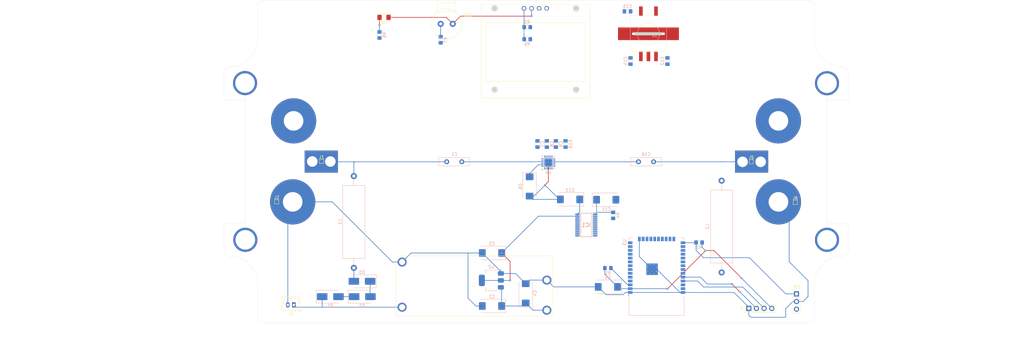
<source format=kicad_pcb>
(kicad_pcb (version 20240108) (generator "pcbnew") (generator_version "8.0")
  (layers (0 "F.Cu" signal) (31 "B.Cu" signal) (34 "B.Paste" user) (35 "F.Paste" user) (36 "B.SilkS" user "B.Silkscreen") (37 "F.SilkS" user "F.Silkscreen") (38 "B.Mask" user) (39 "F.Mask" user) (44 "Edge.Cuts" user))
  (net 0 "")
  (net 1 "Net-(BZ1-+)")
  (net 2 "GND")
  (net 3 "Net-(U4-RF1)")
  (net 4 "Net-(J1-Pin_1)")
  (net 5 "+5V")
  (net 6 "+3.3V")
  (net 7 "Net-(U4-Vcc)")
  (net 8 "Net-(U4-AGC1)")
  (net 9 "Net-(U4-AGC5)")
  (net 10 "Net-(U4-AGC6)")
  (net 11 "Net-(U4-AGC7)")
  (net 12 "/ENC_B")
  (net 13 "/ENC_A")
  (net 14 "/ENC_BTN")
  (net 15 "Net-(U4-RF2)")
  (net 16 "Net-(J5-Pin_1)")
  (net 17 "Net-(D1-A)")
  (net 18 "Net-(D1-K)")
  (net 19 "Net-(D2-A)")
  (net 20 "/Vline")
  (net 21 "Net-(D4-A)")
  (net 25 "/SI_5V")
  (net 28 "/LE_3V")
  (net 29 "/SH_CLK_3V")
  (net 31 "/RESET_3V")
  (net 32 "Net-(IC1-DIR)")
  (net 33 "/LE_5V")
  (net 34 "/SI_3V")
  (net 36 "/RESET_5V")
  (net 38 "/SH_CLK_5V")
  (net 39 "/TX0")
  (net 40 "/RX0")
  (net 41 "Net-(JP1-A)")
  (net 43 "Net-(U3-EN)")
  (net 44 "Net-(U5-VCC)")
  (net 45 "/LED")
  (net 46 "/BUZ")
  (net 47 "/OLED_SCL")
  (net 51 "/OLED_SDA")
  (footprint "Connector_PinHeader_2.54mm:PinHeader_1x03_P2.54mm_Vertical" (layer "F.Cu") (at 237.8 134.575)
    (property "Reference" "JP1")
    (property "Value" "FW")
  )
  (footprint "Alexeyj4:MPN" (layer "F.Cu") (at 131 132)
    (property "Reference" "U1")
    (property "Value" "MP-N")
  )
  (footprint "Alexeyj4:OLED I2C" (layer "F.Cu") (at 151.2 53.5)
    (property "Reference" "U5")
    (property "Value" "OLED")
    (fp_circle (center -13.5 -13.75) (end -12.5 -13.75) (stroke (width 0.05)) (fill solid) (layer "Edge.Cuts"))
    (fp_circle (center -13.5 13.25) (end -12.5 13.25) (stroke (width 0.05)) (fill solid) (layer "Edge.Cuts"))
    (fp_circle (center 13.5 -13.75) (end 14.5 -13.75) (stroke (width 0.05)) (fill solid) (layer "Edge.Cuts"))
    (fp_circle (center 13.5 13.25) (end 14.5 13.25) (stroke (width 0.05)) (fill solid) (layer "Edge.Cuts"))
  )
  (footprint "TestPoint:TestPoint_Pad_1.0x1.0mm" (layer "F.Cu") (at 65.4 104)
    (property "Reference" "J2")
    (property "Value" "RF_base_gnd")
  )
  (footprint "Alexeyj4:HC0903A" (layer "F.Cu") (at 121.8 44.9)
    (property "Reference" "BZ1")
    (property "Value" "Buzzer")
  )
  (footprint "TestPoint:TestPoint_Pad_1.0x1.0mm" (layer "F.Cu") (at 222.8 90.7)
    (property "Reference" "J5")
    (property "Value" "RF_mine")
  )
  (footprint "TestPoint:TestPoint_Pad_1.0x1.0mm" (layer "F.Cu") (at 80.3 90.6)
    (property "Reference" "J1")
    (property "Value" "RF_base")
  )
  (footprint "LED_SMD:LED_1206_3216Metric_Pad1.42x1.75mm_HandSolder" (layer "F.Cu") (at 101 42.75 180)
    (property "Reference" "D4")
    (property "Value" "LED")
  )
  (footprint "Alexeyj4:RotaryEncoder EC11 SMD" (layer "F.Cu") (at 188.7 48.2)
    (property "Reference" "S1")
    (property "Value" "EC11")
    (fp_rect (start -4.5 -0.5) (end 4.5 0.5) (stroke (width 0.05)) (fill solid) (layer "Edge.Cuts"))
  )
  (footprint "TestPoint:TestPoint_Pad_1.0x1.0mm" (layer "F.Cu") (at 237.4 104.2)
    (property "Reference" "J6")
    (property "Value" "RF_mine_gnd")
  )
  (footprint "Connector_JST:JST_PH_B2B-PH-K_1x02_P2.00mm_Vertical" (layer "F.Cu") (at 71.1 138.25 180)
    (property "Reference" "J3")
    (property "Value" "12V")
  )
  (footprint "Connector_PinHeader_2.54mm:PinHeader_1x04_P2.54mm_Vertical" (layer "F.Cu") (at 221.98 139.4 90)
    (property "Reference" "J4")
    (property "Value" "UART_FW")
  )
  (footprint "Resistor_SMD:R_0805_2012Metric_Pad1.20x1.40mm_HandSolder" (layer "B.Cu") (at 177 108.5 90)
    (property "Reference" "R4")
    (property "Value" "1 кОм")
  )
  (footprint "Diode_SMD:D_SMB_Handsoldering" (layer "B.Cu") (at 83.2 135.5)
    (property "Reference" "D1")
    (property "Value" "10BQ040")
  )
  (footprint "Capacitor_SMD:C_0805_2012Metric_Pad1.18x1.45mm_HandSolder" (layer "B.Cu") (at 182.75 57.25 -90)
    (property "Reference" "C14")
    (property "Value" "100 нФ")
  )
  (footprint "Capacitor_THT:C_Disc_D10.0mm_W2.5mm_P5.00mm" (layer "B.Cu") (at 190.4 90.7 180)
    (property "Reference" "C16")
    (property "Value" "2,2 нФ")
  )
  (footprint "Capacitor_Tantalum_SMD:CP_EIA-7343-31_Kemet-D_Pad2.25x2.55mm_HandSolder" (layer "B.Cu") (at 175.25 132.25 180)
    (property "Reference" "C5")
    (property "Value" "47 мкФ")
  )
  (footprint "Resistor_SMD:R_0805_2012Metric_Pad1.20x1.40mm_HandSolder" (layer "B.Cu") (at 148.5 46 180)
    (property "Reference" "R3")
    (property "Value" "0 Ом")
  )
  (footprint "Capacitor_SMD:C_0805_2012Metric_Pad1.18x1.45mm_HandSolder" (layer "B.Cu") (at 158 84.8 90)
    (property "Reference" "C9")
    (property "Value" "330 пФ")
  )
  (footprint "Capacitor_Tantalum_SMD:CP_EIA-7343-31_Kemet-D_Pad2.25x2.55mm_HandSolder" (layer "B.Cu") (at 174.7 103.3)
    (property "Reference" "C11")
    (property "Value" "47 мкФ")
  )
  (footprint "Resistor_SMD:R_0805_2012Metric_Pad1.20x1.40mm_HandSolder" (layer "B.Cu") (at 175.25 126)
    (property "Reference" "R1")
    (property "Value" "10 кОм")
  )
  (footprint "Capacitor_SMD:C_0805_2012Metric_Pad1.18x1.45mm_HandSolder" (layer "B.Cu") (at 155 84.8 90)
    (property "Reference" "C8")
    (property "Value" "330 пФ")
  )
  (footprint "Diode_SMD:D_SMB_Handsoldering" (layer "B.Cu") (at 93.7 130.4 180)
    (property "Reference" "D3")
    (property "Value" "10BQ040")
  )
  (footprint "Capacitor_Tantalum_SMD:CP_EIA-7343-31_Kemet-D_Pad2.25x2.55mm_HandSolder" (layer "B.Cu") (at 148 134.4 90)
    (property "Reference" "C4")
    (property "Value" "47 мкФ")
  )
  (footprint "RF_Module:ESP32-WROOM-32D" (layer "B.Cu") (at 191.4 125.855)
    (property "Reference" "U3")
    (property "Value" "ESP32-WROOM-32E")
  )
  (footprint "Diode_SMD:D_SMB_Handsoldering" (layer "B.Cu") (at 93.8 135.5)
    (property "Reference" "D2")
    (property "Value" "10BQ040")
  )
  (footprint "Package_TO_SOT_SMD:SOT-223-3_TabPin2" (layer "B.Cu") (at 136.6 130.1 180)
    (property "Reference" "U2")
    (property "Value" "AMS1117-3.3")
  )
  (footprint "Package_DFN_QFN:QFN-24-1EP_4x4mm_P0.5mm_EP2.6x2.6mm_ThermalVias" (layer "B.Cu") (at 155.5 90.95)
    (property "Reference" "U4")
    (property "Value" "HMC542BLP4ETR")
  )
  (footprint "Resistor_SMD:R_0805_2012Metric_Pad1.20x1.40mm_HandSolder" (layer "B.Cu") (at 119.8 50.2 90)
    (property "Reference" "R7")
    (property "Value" "100 Ом")
  )
  (footprint "Inductor_THT:L_Axial_L24.0mm_D7.1mm_P30.48mm_Horizontal_Vishay_IM-10-28" (layer "B.Cu") (at 91 95.455 -90)
    (property "Reference" "L1")
    (property "Value" "4 мГн мин.")
  )
  (footprint "Capacitor_Tantalum_SMD:CP_EIA-7343-31_Kemet-D_Pad2.25x2.55mm_HandSolder" (layer "B.Cu") (at 136.8 138.6 180)
    (property "Reference" "C2")
    (property "Value" "47 мкФ")
  )
  (footprint "Resistor_SMD:R_0805_2012Metric_Pad1.20x1.40mm_HandSolder" (layer "B.Cu") (at 99.5 48.6 90)
    (property "Reference" "R6")
    (property "Value" "1 кОм")
  )
  (footprint "Capacitor_SMD:C_0805_2012Metric_Pad1.18x1.45mm_HandSolder" (layer "B.Cu") (at 181.75 40.75 180)
    (property "Reference" "C15")
    (property "Value" "100 нФ")
  )
  (footprint "Capacitor_Tantalum_SMD:CP_EIA-7343-31_Kemet-D_Pad2.25x2.55mm_HandSolder" (layer "B.Cu") (at 162.7 103.2 180)
    (property "Reference" "C13")
    (property "Value" "47 мкФ")
  )
  (footprint "Inductor_THT:L_Axial_L24.0mm_D7.1mm_P30.48mm_Horizontal_Vishay_IM-10-28" (layer "B.Cu") (at 212.975 96.98 -90)
    (property "Reference" "L2")
    (property "Value" "4 мГн мин.")
  )
  (footprint "Capacitor_Tantalum_SMD:CP_EIA-7343-31_Kemet-D_Pad2.25x2.55mm_HandSolder" (layer "B.Cu") (at 149.3 98.9 -90)
    (property "Reference" "C6")
    (property "Value" "47 мкФ")
  )
  (footprint "Capacitor_SMD:C_0805_2012Metric_Pad1.18x1.45mm_HandSolder" (layer "B.Cu") (at 161.2 84.8 90)
    (property "Reference" "C10")
    (property "Value" "330 пФ")
  )
  (footprint "Resistor_SMD:R_0805_2012Metric_Pad1.20x1.40mm_HandSolder" (layer "B.Cu") (at 205.5 117.5)
    (property "Reference" "R2")
    (property "Value" "10 кОм")
  )
  (footprint "Alexeyj4:SOP65P640X110-24N" (layer "B.Cu") (at 168.1 111.7 180)
    (property "Reference" "IC1")
    (property "Value" "74LVC4245APW,112" (hide yes))
  )
  (footprint "Capacitor_SMD:C_0805_2012Metric_Pad1.18x1.45mm_HandSolder" (layer "B.Cu") (at 195 57.25 -90)
    (property "Reference" "C12")
    (property "Value" "100 нФ")
  )
  (footprint "Capacitor_SMD:C_0805_2012Metric_Pad1.18x1.45mm_HandSolder" (layer "B.Cu") (at 151.9 84.8 90)
    (property "Reference" "C7")
    (property "Value" "330 пФ")
  )
  (footprint "Capacitor_THT:C_Disc_D10.0mm_W2.5mm_P5.00mm" (layer "B.Cu") (at 126.8 90.7 180)
    (property "Reference" "C1")
    (property "Value" "2,2 нФ")
  )
  (footprint "Resistor_SMD:R_0805_2012Metric_Pad1.20x1.40mm_HandSolder" (layer "B.Cu") (at 148.5 50)
    (property "Reference" "R5")
    (property "Value" "NU")
  )
  (footprint "Capacitor_Tantalum_SMD:CP_EIA-7343-31_Kemet-D_Pad2.25x2.55mm_HandSolder" (layer "B.Cu") (at 136.8 121 180)
    (property "Reference" "C3")
    (property "Value" "47 мкФ")
  )
  (gr_rect (start 217.5 87.1) (end 228.3 94.2) (stroke (width 0.2)) (fill solid) (layer "F.Cu") (net 16))
  (gr_rect (start 74.8 87.1) (end 85.6 94.2) (stroke (width 0.2)) (fill solid) (layer "F.Cu") (net 4))
  (gr_rect (start 217.5 87.1) (end 228.3 94.2) (stroke (width 0.2)) (fill solid) (layer "B.Cu") (net 16))
  (gr_rect (start 74.8 87.1) (end 85.6 94.2) (stroke (width 0.2)) (fill solid) (layer "B.Cu") (net 4))
  (gr_arc (start 252.906461 59.102461) (mid 246.440716 56.424229) (end 243.762461 49.958461) (stroke (width 0.05)) (layer "Edge.Cuts"))
  (gr_line (start 59.104461 49.958461) (end 59.104461 39.036461) (stroke (width 0.05)) (layer "Edge.Cuts"))
  (gr_line (start 254.938461 61.134461) (end 254.938461 70.075261) (stroke (width 0.05)) (layer "Edge.Cuts"))
  (gr_line (start 254.938461 111.121661) (end 254.938461 120.062461) (stroke (width 0.05)) (layer "Edge.Cuts"))
  (gr_arc (start 47.928461 61.134461) (mid 48.524 59.698) (end 49.960461 59.102461) (stroke (width 0.05)) (layer "Edge.Cuts"))
  (gr_line (start 243.762461 39.036461) (end 243.762461 49.958461) (stroke (width 0.05)) (layer "Edge.Cuts"))
  (gr_line (start 243.762461 131.238461) (end 243.762461 142.160461) (stroke (width 0.05)) (layer "Edge.Cuts"))
  (gr_line (start 55.040461 111.121661) (end 55.040461 70.075261) (stroke (width 0.05)) (layer "Edge.Cuts"))
  (gr_line (start 247.826461 70.075261) (end 247.826461 111.121661) (stroke (width 0.05)) (layer "Edge.Cuts"))
  (gr_line (start 61.136461 37.004461) (end 241.730461 37.004461) (stroke (width 0.05)) (layer "Edge.Cuts"))
  (gr_arc (start 243.762461 131.238461) (mid 246.440676 124.772676) (end 252.906461 122.094461) (stroke (width 0.05)) (layer "Edge.Cuts"))
  (gr_line (start 55.040461 70.075261) (end 47.928461 70.075261) (stroke (width 0.05)) (layer "Edge.Cuts"))
  (gr_line (start 247.826461 111.121661) (end 254.938461 111.121661) (stroke (width 0.05)) (layer "Edge.Cuts"))
  (gr_arc (start 243.762461 142.160461) (mid 243.166933 143.596933) (end 241.730461 144.192461) (stroke (width 0.05)) (layer "Edge.Cuts"))
  (gr_line (start 47.928461 70.075261) (end 47.928461 61.134461) (stroke (width 0.05)) (layer "Edge.Cuts"))
  (gr_arc (start 49.960461 122.094461) (mid 56.426245 124.772677) (end 59.104461 131.238461) (stroke (width 0.05)) (layer "Edge.Cuts"))
  (gr_line (start 59.104461 142.160461) (end 59.104461 131.238461) (stroke (width 0.05)) (layer "Edge.Cuts"))
  (gr_line (start 47.928461 111.121661) (end 55.040461 111.121661) (stroke (width 0.05)) (layer "Edge.Cuts"))
  (gr_arc (start 241.730461 37.004461) (mid 243.167341 37.599604) (end 243.762461 39.036461) (stroke (width 0.05)) (layer "Edge.Cuts"))
  (gr_arc (start 252.906461 59.102461) (mid 254.343341 59.697604) (end 254.938461 61.134461) (stroke (width 0.05)) (layer "Edge.Cuts"))
  (gr_arc (start 61.136461 144.192461) (mid 59.699999 143.596922) (end 59.104461 142.160461) (stroke (width 0.05)) (layer "Edge.Cuts"))
  (gr_arc (start 59.104461 39.036461) (mid 59.7 37.6) (end 61.136461 37.004461) (stroke (width 0.05)) (layer "Edge.Cuts"))
  (gr_line (start 47.928461 120.062461) (end 47.928461 111.121661) (stroke (width 0.05)) (layer "Edge.Cuts"))
  (gr_arc (start 254.938461 120.062461) (mid 254.342933 121.498933) (end 252.906461 122.094461) (stroke (width 0.05)) (layer "Edge.Cuts"))
  (gr_arc (start 59.104461 49.958461) (mid 56.426245 56.424245) (end 49.960461 59.102461) (stroke (width 0.05)) (layer "Edge.Cuts"))
  (gr_line (start 241.730461 144.192461) (end 61.136461 144.192461) (stroke (width 0.05)) (layer "Edge.Cuts"))
  (gr_arc (start 49.960461 122.094461) (mid 48.524 121.498922) (end 47.928461 120.062461) (stroke (width 0.05)) (layer "Edge.Cuts"))
  (gr_line (start 254.938461 70.075261) (end 247.826461 70.075261) (stroke (width 0.05)) (layer "Edge.Cuts"))
  (via (at 71.012461 77.119461) (size 15) (drill 6.5) (layers "F.Cu" "B.Cu") (net 0))
  (via (at 247.912461 64.619461) (size 8) (drill 6.5) (layers "F.Cu" "B.Cu") (net 0))
  (via (at 231.812461 77.119461) (size 15) (drill 6.5) (layers "F.Cu" "B.Cu") (net 0))
  (via (at 247.912461 116.619461) (size 8) (drill 6.5) (layers "F.Cu" "B.Cu") (net 0))
  (via (at 55.012461 116.619461) (size 8) (drill 6.5) (layers "F.Cu" "B.Cu") (net 0))
  (via (at 54.91146 64.575261) (size 8) (drill 6.5) (layers "F.Cu" "B.Cu") (net 0))
  (segment (start 119.8 44.9) (end 119.8 49.2) (width 0.2) (layer "B.Cu") (net 1))
  (segment (start 155.4 97.425) (end 154.4 98.425) (width 0.2) (layer "F.Cu") (net 2))
  (segment (start 123.8 44.9) (end 126.35 42.35) (width 0.2) (layer "F.Cu") (net 2))
  (segment (start 102.4875 42.75) (end 121.65 42.75) (width 0.2) (layer "F.Cu") (net 2))
  (segment (start 121.65 42.75) (end 123.8 44.9) (width 0.2) (layer "F.Cu") (net 2))
  (segment (start 155.5 92) (end 155.5 97.325) (width 0.2) (layer "F.Cu") (net 2))
  (segment (start 126.35 42.35) (end 149.925 42.35) (width 0.2) (layer "F.Cu") (net 2))
  (segment (start 155.5 97.325) (end 155.4 97.425) (width 0.2) (layer "F.Cu") (net 2))
  (segment (start 154.4 98.425) (end 154.4 98.45) (width 0.2) (layer "F.Cu") (net 2))
  (via (at 231.812461 104.019461) (size 15) (drill 6.5) (layers "F.Cu" "B.Cu") (net 2))
  (via (at 154.4 98.45) (size 0.6) (drill 0.3) (layers "F.Cu" "B.Cu") (net 2))
  (via (at 70.712461 104.019461) (size 15) (drill 6.5) (layers "F.Cu" "B.Cu") (net 2))
  (via (at 149.925 42.35) (size 0.6) (drill 0.3) (layers "F.Cu" "B.Cu") (net 2))
  (segment (start 239.985 137.115) (end 241.575 135.525) (width 0.2) (layer "B.Cu") (net 2))
  (segment (start 110 121) (end 107 124) (width 0.2) (layer "B.Cu") (net 2))
  (segment (start 181.045 134.105) (end 180.3 134.85) (width 0.2) (layer "B.Cu") (net 2))
  (segment (start 149.925 42) (end 149.95 41.975) (width 0.2) (layer "B.Cu") (net 2))
  (segment (start 236.56 137.115) (end 234.225 139.45) (width 0.2) (layer "B.Cu") (net 2))
  (segment (start 139.75 127.15) (end 133.6 121) (width 0.2) (layer "B.Cu") (net 2))
  (segment (start 241.575 135.375) (end 241.625 135.325) (width 0.2) (layer "B.Cu") (net 2))
  (segment (start 159.15 103.2) (end 159.5 103.2) (width 0.2) (layer "B.Cu") (net 2))
  (segment (start 155 130) (end 149.2 130) (width 0.2) (layer "B.Cu") (net 2))
  (segment (start 235.375 123.9) (end 235.375 107.582) (width 0.2) (layer "B.Cu") (net 2))
  (segment (start 154.4 98.45) (end 150.75 102.1) (width 0.2) (layer "B.Cu") (net 2))
  (segment (start 133.6 121) (end 128.95 121) (width 0.2) (layer "B.Cu") (net 2))
  (segment (start 150.4 103.2) (end 149.3 102.1) (width 0.2) (layer "B.Cu") (net 2))
  (segment (start 128.875 136) (end 128.875 121.075) (width 0.2) (layer "B.Cu") (net 2))
  (segment (start 139.75 127.8) (end 139.75 127.15) (width 0.2) (layer "B.Cu") (net 2))
  (segment (start 237.8 137.115) (end 239.985 137.115) (width 0.2) (layer "B.Cu") (net 2))
  (segment (start 200.15 134.105) (end 199.2 134.105) (width 0.2) (layer "B.Cu") (net 2))
  (segment (start 241.625 135.325) (end 241.625 130.15) (width 0.2) (layer "B.Cu") (net 2))
  (segment (start 159.5 103.2) (end 150.4 103.2) (width 0.2) (layer "B.Cu") (net 2))
  (segment (start 131.475 138.6) (end 128.875 136) (width 0.2) (layer "B.Cu") (net 2))
  (segment (start 235.375 107.582) (end 231.812461 104.019461) (width 0.2) (layer "B.Cu") (net 2))
  (segment (start 185.69 122.175) (end 189.9 126.385) (width 0.2) (layer "B.Cu") (net 2))
  (segment (start 83.819461 104.019461) (end 70.712461 104.019461) (width 0.2) (layer "B.Cu") (net 2))
  (segment (start 144.6 127.8) (end 148 131.2) (width 0.2) (layer "B.Cu") (net 2))
  (segment (start 69.1 138.25) (end 69.1 105.631922) (width 0.2) (layer "B.Cu") (net 2))
  (segment (start 191.48 126.385) (end 189.9 126.385) (width 0.2) (layer "B.Cu") (net 2))
  (segment (start 149.925 42.35) (end 149.925 42) (width 0.2) (layer "B.Cu") (net 2))
  (segment (start 234.225 139.45) (end 234.225 142.35) (width 0.2) (layer "B.Cu") (net 2))
  (segment (start 234.225 142.35) (end 222.65 142.35) (width 0.2) (layer "B.Cu") (net 2))
  (segment (start 217.105 134.105) (end 200.15 134.105) (width 0.2) (layer "B.Cu") (net 2))
  (segment (start 69.1 105.631922) (end 70.712461 104.019461) (width 0.2) (layer "B.Cu") (net 2))
  (segment (start 107 124) (end 103.8 124) (width 0.2) (layer "B.Cu") (net 2))
  (segment (start 172.05 132.25) (end 157.25 132.25) (width 0.2) (layer "B.Cu") (net 2))
  (segment (start 185.69 116.345) (end 185.69 122.175) (width 0.2) (layer "B.Cu") (net 2))
  (segment (start 241.575 135.525) (end 241.575 135.375) (width 0.2) (layer "B.Cu") (net 2))
  (segment (start 139.75 127.8) (end 144.6 127.8) (width 0.2) (layer "B.Cu") (net 2))
  (segment (start 182.65 134.105) (end 200.15 134.105) (width 0.2) (layer "B.Cu") (net 2))
  (segment (start 149.95 41.975) (end 149.95 39.75) (width 0.2) (layer "B.Cu") (net 2))
  (segment (start 182.65 134.105) (end 181.045 134.105) (width 0.2) (layer "B.Cu") (net 2))
  (segment (start 149.2 130) (end 148 131.2) (width 0.2) (layer "B.Cu") (net 2))
  (segment (start 222.65 142.35) (end 221.98 141.68) (width 0.2) (layer "B.Cu") (net 2))
  (segment (start 221.98 141.68) (end 221.98 139.4) (width 0.2) (layer "B.Cu") (net 2))
  (segment (start 157.25 132.25) (end 155 130) (width 0.2) (layer "B.Cu") (net 2))
  (segment (start 154.4 98.45) (end 159.15 103.2) (width 0.2) (layer "B.Cu") (net 2))
  (segment (start 180.3 134.85) (end 174.65 134.85) (width 0.2) (layer "B.Cu") (net 2))
  (segment (start 150.75 102.1) (end 149.3 102.1) (width 0.2) (layer "B.Cu") (net 2))
  (segment (start 133.6 138.6) (end 131.475 138.6) (width 0.2) (layer "B.Cu") (net 2))
  (segment (start 221.98 139.4) (end 221.98 138.98) (width 0.2) (layer "B.Cu") (net 2))
  (segment (start 174.65 134.85) (end 172.05 132.25) (width 0.2) (layer "B.Cu") (net 2))
  (segment (start 128.95 121) (end 110 121) (width 0.2) (layer "B.Cu") (net 2))
  (segment (start 221.98 138.98) (end 217.105 134.105) (width 0.2) (layer "B.Cu") (net 2))
  (segment (start 103.8 124) (end 83.819461 104.019461) (width 0.2) (layer "B.Cu") (net 2))
  (segment (start 241.625 130.15) (end 235.375 123.9) (width 0.2) (layer "B.Cu") (net 2))
  (segment (start 199.2 134.105) (end 191.48 126.385) (width 0.2) (layer "B.Cu") (net 2))
  (segment (start 237.8 137.115) (end 236.56 137.115) (width 0.2) (layer "B.Cu") (net 2))
  (segment (start 128.875 121.075) (end 128.95 121) (width 0.2) (layer "B.Cu") (net 2))
  (segment (start 126.8 90.7) (end 153.5625 90.7) (width 0.2) (layer "B.Cu") (net 3))
  (via (at 77.212461 90.619461) (size 5) (drill 3.5) (layers "F.Cu" "B.Cu") (net 4))
  (via (at 83.212461 90.619461) (size 5) (drill 3.5) (layers "F.Cu" "B.Cu") (net 4))
  (segment (start 91 95.455) (end 91 90.95) (width 0.2) (layer "B.Cu") (net 4))
  (segment (start 83.212461 90.619461) (end 83.293 90.7) (width 0.2) (layer "B.Cu") (net 4))
  (segment (start 91 90.95) (end 91.25 90.7) (width 0.2) (layer "B.Cu") (net 4))
  (segment (start 83.293 90.7) (end 91.25 90.7) (width 0.2) (layer "B.Cu") (net 4))
  (segment (start 91.25 90.7) (end 121.8 90.7) (width 0.2) (layer "B.Cu") (net 4))
  (segment (start 150.4 140) (end 148 137.6) (width 0.2) (layer "B.Cu") (net 5))
  (segment (start 171.663 107.5) (end 171.038 108.125) (width 0.2) (layer "B.Cu") (net 5))
  (segment (start 140 138.6) (end 147 138.6) (width 0.2) (layer "B.Cu") (net 5))
  (segment (start 147 138.6) (end 148 137.6) (width 0.2) (layer "B.Cu") (net 5))
  (segment (start 155 140) (end 150.4 140) (width 0.2) (layer "B.Cu") (net 5))
  (segment (start 140 138.6) (end 140 132.65) (width 0.2) (layer "B.Cu") (net 5))
  (segment (start 171.5 103.3) (end 171.5 107.663) (width 0.2) (layer "B.Cu") (net 5))
  (segment (start 177 107.5) (end 171.663 107.5) (width 0.2) (layer "B.Cu") (net 5))
  (segment (start 140 132.65) (end 139.75 132.4) (width 0.2) (layer "B.Cu") (net 5))
  (segment (start 171.5 107.663) (end 171.038 108.125) (width 0.2) (layer "B.Cu") (net 5))
  (segment (start 194.95 132.925) (end 207.575 120.3) (width 0.2) (layer "F.Cu") (net 6))
  (segment (start 219.55 129.3) (end 210.425 120.175) (width 0.2) (layer "F.Cu") (net 6))
  (segment (start 142.825 123.825) (end 140 121) (width 0.2) (layer "F.Cu") (net 6))
  (segment (start 207.575 120.3) (end 207.575 120.175) (width 0.2) (layer "F.Cu") (net 6))
  (segment (start 210.425 120.175) (end 207.575 120.175) (width 0.2) (layer "F.Cu") (net 6))
  (segment (start 142.825 130.1) (end 142.825 123.825) (width 0.2) (layer "F.Cu") (net 6))
  (via (at 219.55 129.3) (size 0.6) (drill 0.3) (layers "F.Cu" "B.Cu") (net 6))
  (via (at 140 121) (size 0.6) (drill 0.3) (layers "F.Cu" "B.Cu") (net 6))
  (via (at 142.825 130.1) (size 0.6) (drill 0.3) (layers "F.Cu" "B.Cu") (net 6))
  (via (at 207.575 120.175) (size 0.6) (drill 0.3) (layers "F.Cu" "B.Cu") (net 6))
  (via (at 194.95 132.925) (size 0.6) (drill 0.3) (layers "F.Cu" "B.Cu") (net 6))
  (segment (start 152.225 108.775) (end 140 121) (width 0.2) (layer "B.Cu") (net 6))
  (segment (start 206.5 119.1) (end 206.5 117.5) (width 0.2) (layer "B.Cu") (net 6))
  (segment (start 219.55 129.35) (end 219.55 129.3) (width 0.2) (layer "B.Cu") (net 6))
  (segment (start 133.45 130.1) (end 139.75 130.1) (width 0.2) (layer "B.Cu") (net 6))
  (segment (start 139.75 130.1) (end 142.825 130.1) (width 0.2) (layer "B.Cu") (net 6))
  (segment (start 174.25 128.05) (end 178.45 132.25) (width 0.2) (layer "B.Cu") (net 6))
  (segment (start 165.9 107.387) (end 165.162 108.125) (width 0.2) (layer "B.Cu") (net 6))
  (segment (start 179.035 132.835) (end 182.65 132.835) (width 0.2) (layer "B.Cu") (net 6))
  (segment (start 165.9 103.2) (end 165.9 107.387) (width 0.2) (layer "B.Cu") (net 6))
  (segment (start 174.25 126) (end 174.25 128.05) (width 0.2) (layer "B.Cu") (net 6))
  (segment (start 165.162 108.125) (end 165.162 108.775) (width 0.2) (layer "B.Cu") (net 6))
  (segment (start 165.162 108.775) (end 152.225 108.775) (width 0.2) (layer "B.Cu") (net 6))
  (segment (start 178.45 132.25) (end 179.035 132.835) (width 0.2) (layer "B.Cu") (net 6))
  (segment (start 207.575 120.175) (end 206.5 119.1) (width 0.2) (layer "B.Cu") (net 6))
  (segment (start 194.86 132.835) (end 194.95 132.925) (width 0.2) (layer "B.Cu") (net 6))
  (segment (start 182.65 132.835) (end 194.86 132.835) (width 0.2) (layer "B.Cu") (net 6))
  (segment (start 229.6 139.4) (end 219.55 129.35) (width 0.2) (layer "B.Cu") (net 6))
  (segment (start 149.3 95.7) (end 149.3 94.575) (width 0.2) (layer "B.Cu") (net 7))
  (segment (start 149.3 94.575) (end 152.175 91.7) (width 0.2) (layer "B.Cu") (net 7))
  (segment (start 152.175 91.7) (end 153.5625 91.7) (width 0.2) (layer "B.Cu") (net 7))
  (segment (start 185.4 90.7) (end 157.4375 90.7) (width 0.2) (layer "B.Cu") (net 15))
  (via (at 225.912461 90.719461) (size 5) (drill 3.5) (layers "F.Cu" "B.Cu") (net 16))
  (via (at 219.912461 90.719461) (size 5) (drill 3.5) (layers "F.Cu" "B.Cu") (net 16))
  (segment (start 212.975 90.7) (end 219.893 90.7) (width 0.2) (layer "B.Cu") (net 16))
  (segment (start 219.893 90.7) (end 219.912461 90.719461) (width 0.2) (layer "B.Cu") (net 16))
  (segment (start 213 90.725) (end 212.975 90.7) (width 0.2) (layer "B.Cu") (net 16))
  (segment (start 190.4 90.7) (end 212.975 90.7) (width 0.2) (layer "B.Cu") (net 16))
  (segment (start 91.1 135.5) (end 85.9 135.5) (width 0.2) (layer "B.Cu") (net 17))
  (segment (start 107 139) (end 80.55 139) (width 0.2) (layer "B.Cu") (net 18))
  (segment (start 80.5 135.5) (end 80.5 138.95) (width 0.2) (layer "B.Cu") (net 18))
  (segment (start 80.55 139) (end 71.85 139) (width 0.2) (layer "B.Cu") (net 18))
  (segment (start 80.5 138.95) (end 80.55 139) (width 0.2) (layer "B.Cu") (net 18))
  (segment (start 71.85 139) (end 71.1 138.25) (width 0.2) (layer "B.Cu") (net 18))
  (segment (start 96.4 130.4) (end 96.4 135.4) (width 0.2) (layer "B.Cu") (net 19))
  (segment (start 96.4 135.4) (end 96.5 135.5) (width 0.2) (layer "B.Cu") (net 19))
  (segment (start 91 125.935) (end 91 130.4) (width 0.2) (layer "B.Cu") (net 20))
  (segment (start 99.5 45.3) (end 99.5 45) (width 0.2) (layer "F.Cu") (net 21))
  (segment (start 99.5125 44.9875) (end 99.5125 42.75) (width 0.2) (layer "F.Cu") (net 21))
  (segment (start 99.5 45) (end 99.5125 44.9875) (width 0.2) (layer "F.Cu") (net 21))
  (via (at 99.5 45.3) (size 0.6) (drill 0.3) (layers "F.Cu" "B.Cu") (net 21))
  (segment (start 99.5 47.6) (end 99.5 45.3) (width 0.2) (layer "B.Cu") (net 21))
  (segment (start 207 132.3) (end 204.995 130.295) (width 0.2) (layer "B.Cu") (net 39))
  (segment (start 227.06 139.4) (end 219.96 132.3) (width 0.2) (layer "B.Cu") (net 39))
  (segment (start 204.995 130.295) (end 200.15 130.295) (width 0.2) (layer "B.Cu") (net 39))
  (segment (start 219.96 132.3) (end 207 132.3) (width 0.2) (layer "B.Cu") (net 39))
  (segment (start 218.9 133.8) (end 216.4 131.3) (width 0.2) (layer "F.Cu") (net 40))
  (via (at 216.4 131.3) (size 0.6) (drill 0.3) (layers "F.Cu" "B.Cu") (net 40))
  (via (at 218.9 133.8) (size 0.6) (drill 0.3) (layers "F.Cu" "B.Cu") (net 40))
  (segment (start 216.4 131.3) (end 208.2 131.3) (width 0.2) (layer "B.Cu") (net 40))
  (segment (start 208.2 131.3) (end 205.925 129.025) (width 0.2) (layer "B.Cu") (net 40))
  (segment (start 224.52 139.4) (end 218.92 133.8) (width 0.2) (layer "B.Cu") (net 40))
  (segment (start 218.92 133.8) (end 218.9 133.8) (width 0.2) (layer "B.Cu") (net 40))
  (segment (start 205.925 129.025) (end 200.15 129.025) (width 0.2) (layer "B.Cu") (net 40))
  (segment (start 234.225 134.575) (end 222.2 122.55) (width 0.2) (layer "B.Cu") (net 41))
  (segment (start 204.405 117.595) (end 204.5 117.5) (width 0.2) (layer "B.Cu") (net 41))
  (segment (start 200.15 117.595) (end 204.405 117.595) (width 0.2) (layer "B.Cu") (net 41))
  (segment (start 237.8 134.575) (end 234.225 134.575) (width 0.2) (layer "B.Cu") (net 41))
  (segment (start 204.5 120.125) (end 204.5 117.5) (width 0.2) (layer "B.Cu") (net 41))
  (segment (start 222.2 122.55) (end 206.925 122.55) (width 0.2) (layer "B.Cu") (net 41))
  (segment (start 206.925 122.55) (end 204.5 120.125) (width 0.2) (layer "B.Cu") (net 41))
  (segment (start 176.25 126) (end 181.815 131.565) (width 0.2) (layer "B.Cu") (net 43))
  (segment (start 181.815 131.565) (end 182.65 131.565) (width 0.2) (layer "B.Cu") (net 43))
  (segment (start 147.45 39.75) (end 147.45 49.95) (width 0.2) (layer "B.Cu") (net 44))
  (segment (start 147.45 49.95) (end 147.5 50) (width 0.2) (layer "B.Cu") (net 44))
)
</source>
